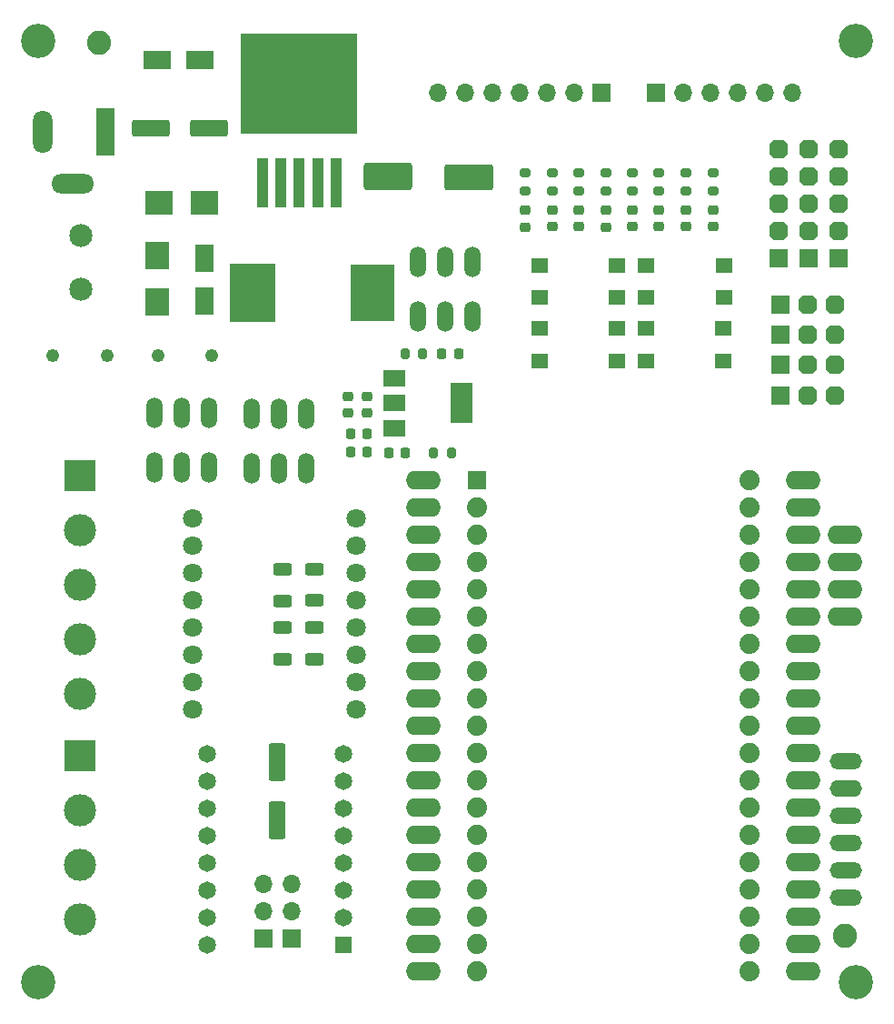
<source format=gbr>
%TF.GenerationSoftware,KiCad,Pcbnew,6.0.1-79c1e3a40b~116~ubuntu20.04.1*%
%TF.CreationDate,2022-11-22T21:03:40+05:30*%
%TF.ProjectId,sra_dev_board_2023,7372615f-6465-4765-9f62-6f6172645f32,rev?*%
%TF.SameCoordinates,Original*%
%TF.FileFunction,Soldermask,Top*%
%TF.FilePolarity,Negative*%
%FSLAX46Y46*%
G04 Gerber Fmt 4.6, Leading zero omitted, Abs format (unit mm)*
G04 Created by KiCad (PCBNEW 6.0.1-79c1e3a40b~116~ubuntu20.04.1) date 2022-11-22 21:03:40*
%MOMM*%
%LPD*%
G01*
G04 APERTURE LIST*
G04 Aperture macros list*
%AMRoundRect*
0 Rectangle with rounded corners*
0 $1 Rounding radius*
0 $2 $3 $4 $5 $6 $7 $8 $9 X,Y pos of 4 corners*
0 Add a 4 corners polygon primitive as box body*
4,1,4,$2,$3,$4,$5,$6,$7,$8,$9,$2,$3,0*
0 Add four circle primitives for the rounded corners*
1,1,$1+$1,$2,$3*
1,1,$1+$1,$4,$5*
1,1,$1+$1,$6,$7*
1,1,$1+$1,$8,$9*
0 Add four rect primitives between the rounded corners*
20,1,$1+$1,$2,$3,$4,$5,0*
20,1,$1+$1,$4,$5,$6,$7,0*
20,1,$1+$1,$6,$7,$8,$9,0*
20,1,$1+$1,$8,$9,$2,$3,0*%
%AMFreePoly0*
4,1,25,0.440719,0.844196,0.452842,0.833842,0.833842,0.452842,0.862349,0.396894,0.863600,0.381000,0.863600,-0.381000,0.844196,-0.440719,0.833842,-0.452842,0.452842,-0.833842,0.396894,-0.862349,0.381000,-0.863600,-0.381000,-0.863600,-0.440719,-0.844196,-0.452842,-0.833842,-0.833842,-0.452842,-0.862349,-0.396894,-0.863600,-0.381000,-0.863600,0.381000,-0.844196,0.440719,-0.833842,0.452842,
-0.452842,0.833842,-0.396894,0.862349,-0.381000,0.863600,0.381000,0.863600,0.440719,0.844196,0.440719,0.844196,$1*%
G04 Aperture macros list end*
%ADD10RoundRect,0.200000X0.275000X-0.200000X0.275000X0.200000X-0.275000X0.200000X-0.275000X-0.200000X0*%
%ADD11RoundRect,0.101600X0.762000X-0.762000X0.762000X0.762000X-0.762000X0.762000X-0.762000X-0.762000X0*%
%ADD12FreePoly0,90.000000*%
%ADD13C,2.153200*%
%ADD14O,3.251200X1.727200*%
%ADD15R,1.650000X1.650000*%
%ADD16C,1.650000*%
%ADD17R,3.000000X3.000000*%
%ADD18C,3.000000*%
%ADD19O,3.000000X1.500000*%
%ADD20O,3.000000X1.540000*%
%ADD21RoundRect,0.101600X0.762000X0.762000X-0.762000X0.762000X-0.762000X-0.762000X0.762000X-0.762000X0*%
%ADD22FreePoly0,180.000000*%
%ADD23RoundRect,0.225000X0.250000X-0.225000X0.250000X0.225000X-0.250000X0.225000X-0.250000X-0.225000X0*%
%ADD24RoundRect,0.250000X-0.550000X1.500000X-0.550000X-1.500000X0.550000X-1.500000X0.550000X1.500000X0*%
%ADD25R,1.800000X2.500000*%
%ADD26C,3.200000*%
%ADD27RoundRect,0.218750X-0.256250X0.218750X-0.256250X-0.218750X0.256250X-0.218750X0.256250X0.218750X0*%
%ADD28R,1.700000X1.700000*%
%ADD29O,1.700000X1.700000*%
%ADD30C,1.800000*%
%ADD31R,2.300000X2.500000*%
%ADD32RoundRect,0.255000X-1.995000X-1.020000X1.995000X-1.020000X1.995000X1.020000X-1.995000X1.020000X0*%
%ADD33RoundRect,0.245000X-2.005000X-0.980000X2.005000X-0.980000X2.005000X0.980000X-2.005000X0.980000X0*%
%ADD34R,2.500000X2.300000*%
%ADD35R,1.600000X1.400000*%
%ADD36C,1.219000*%
%ADD37O,1.524000X2.844800*%
%ADD38RoundRect,0.218750X-0.218750X-0.256250X0.218750X-0.256250X0.218750X0.256250X-0.218750X0.256250X0*%
%ADD39RoundRect,0.200000X0.200000X0.275000X-0.200000X0.275000X-0.200000X-0.275000X0.200000X-0.275000X0*%
%ADD40RoundRect,0.250000X0.625000X-0.312500X0.625000X0.312500X-0.625000X0.312500X-0.625000X-0.312500X0*%
%ADD41R,1.800000X4.400000*%
%ADD42O,1.800000X4.000000*%
%ADD43O,4.000000X1.800000*%
%ADD44RoundRect,0.200000X-0.200000X-0.275000X0.200000X-0.275000X0.200000X0.275000X-0.200000X0.275000X0*%
%ADD45RoundRect,0.250000X1.500000X0.550000X-1.500000X0.550000X-1.500000X-0.550000X1.500000X-0.550000X0*%
%ADD46RoundRect,0.101600X-0.780000X-0.780000X0.780000X-0.780000X0.780000X0.780000X-0.780000X0.780000X0*%
%ADD47C,1.879600*%
%ADD48R,2.500000X1.800000*%
%ADD49R,4.194800X5.405100*%
%ADD50R,4.094800X5.305100*%
%ADD51RoundRect,0.225000X0.225000X0.250000X-0.225000X0.250000X-0.225000X-0.250000X0.225000X-0.250000X0*%
%ADD52C,2.250000*%
%ADD53R,2.000000X1.500000*%
%ADD54R,2.000000X3.800000*%
%ADD55R,1.100000X4.600000*%
%ADD56R,10.800000X9.400000*%
%ADD57RoundRect,0.218750X0.218750X0.256250X-0.218750X0.256250X-0.218750X-0.256250X0.218750X-0.256250X0*%
G04 APERTURE END LIST*
D10*
%TO.C,R7*%
X132680000Y-45896250D03*
X132680000Y-44246250D03*
%TD*%
D11*
%TO.C,J10*%
X141520000Y-56510000D03*
D12*
X144060000Y-56510000D03*
X146600000Y-56510000D03*
%TD*%
D13*
%TO.C,T3*%
X76270000Y-55053723D03*
X76270000Y-50053723D03*
%TD*%
D14*
%TO.C,J5*%
X143569418Y-118588838D03*
X143569418Y-116048838D03*
X143569418Y-113508838D03*
X143569418Y-110968838D03*
X143569418Y-108428838D03*
X143569418Y-105888838D03*
X143569418Y-103348838D03*
X143569418Y-100808838D03*
X143569418Y-98268838D03*
X143569418Y-95728838D03*
X143569418Y-93188838D03*
X143569418Y-90648838D03*
X143569418Y-88108838D03*
X143569418Y-85568838D03*
X143569418Y-83028838D03*
X143569418Y-80488838D03*
X143569418Y-77948838D03*
X143569418Y-75408838D03*
X143569418Y-72868838D03*
%TD*%
D15*
%TO.C,U4*%
X100750000Y-116090000D03*
D16*
X100750000Y-113550000D03*
X100750000Y-111010000D03*
X100750000Y-108470000D03*
X100750000Y-105930000D03*
X100750000Y-103390000D03*
X100750000Y-100850000D03*
X100750000Y-98310000D03*
X88050000Y-98310000D03*
X88050000Y-100850000D03*
X88050000Y-103390000D03*
X88050000Y-105930000D03*
X88050000Y-108470000D03*
X88050000Y-111010000D03*
X88050000Y-113550000D03*
X88050000Y-116090000D03*
%TD*%
D17*
%TO.C,J16*%
X76200000Y-72390000D03*
D18*
X76200000Y-77470000D03*
X76200000Y-82550000D03*
X76200000Y-87630000D03*
X76200000Y-92710000D03*
%TD*%
D19*
%TO.C,J17*%
X147550000Y-111677727D03*
X147550000Y-109137727D03*
X147550000Y-106597727D03*
X147550000Y-104057727D03*
D20*
X147550000Y-101517727D03*
D19*
X147550000Y-98977727D03*
%TD*%
D10*
%TO.C,R1*%
X117720000Y-45912500D03*
X117720000Y-44262500D03*
%TD*%
D21*
%TO.C,J11*%
X141332544Y-52158000D03*
D22*
X141332544Y-49618000D03*
X141332544Y-47078000D03*
X141332544Y-44538000D03*
X141332544Y-41998000D03*
%TD*%
D23*
%TO.C,C5*%
X102975000Y-66575000D03*
X102975000Y-65025000D03*
%TD*%
D24*
%TO.C,C7*%
X94600000Y-99100000D03*
X94600000Y-104500000D03*
%TD*%
D25*
%TO.C,D13*%
X87800000Y-52200000D03*
X87800000Y-56200000D03*
%TD*%
D26*
%TO.C,H2*%
X72350000Y-119600000D03*
%TD*%
D17*
%TO.C,T2*%
X76200000Y-98480000D03*
D18*
X76200000Y-103560000D03*
X76200000Y-108640000D03*
X76200000Y-113720000D03*
%TD*%
D27*
%TO.C,D2*%
X120250000Y-47683750D03*
X120250000Y-49258750D03*
%TD*%
D28*
%TO.C,J8*%
X129920000Y-36790000D03*
D29*
X132460000Y-36790000D03*
X135000000Y-36790000D03*
X137540000Y-36790000D03*
X140080000Y-36790000D03*
X142620000Y-36790000D03*
%TD*%
D30*
%TO.C,U3*%
X86720000Y-76427582D03*
X86720000Y-78967582D03*
X86720000Y-81507582D03*
X86720000Y-84047582D03*
X86720000Y-86587582D03*
X86720000Y-89127582D03*
X86720000Y-91667582D03*
X86720000Y-94207582D03*
X101960000Y-94207582D03*
X101960000Y-91667582D03*
X101960000Y-89127582D03*
X101960000Y-86587582D03*
X101960000Y-84047582D03*
X101960000Y-81507582D03*
X101960000Y-78967582D03*
X101960000Y-76427582D03*
%TD*%
D21*
%TO.C,J13*%
X146900000Y-52160000D03*
D22*
X146900000Y-49620000D03*
X146900000Y-47080000D03*
X146900000Y-44540000D03*
X146900000Y-42000000D03*
%TD*%
D31*
%TO.C,D9*%
X83400000Y-56230000D03*
X83400000Y-51930000D03*
%TD*%
D27*
%TO.C,D4*%
X125220000Y-47692500D03*
X125220000Y-49267500D03*
%TD*%
D32*
%TO.C,C2*%
X104952500Y-44575000D03*
D33*
X112452500Y-44625000D03*
%TD*%
D34*
%TO.C,D14*%
X87850000Y-47000000D03*
X83550000Y-47000000D03*
%TD*%
D10*
%TO.C,R6*%
X130180000Y-45896250D03*
X130180000Y-44246250D03*
%TD*%
D35*
%TO.C,SW2*%
X126270000Y-58740000D03*
X119070000Y-58740000D03*
X126270000Y-61740000D03*
X119070000Y-61740000D03*
%TD*%
D10*
%TO.C,R4*%
X125220000Y-45905000D03*
X125220000Y-44255000D03*
%TD*%
D36*
%TO.C,F2*%
X83485000Y-61280000D03*
X88535000Y-61280000D03*
%TD*%
D11*
%TO.C,J3*%
X141520000Y-64934000D03*
D12*
X144060000Y-64934000D03*
X146600000Y-64934000D03*
%TD*%
D27*
%TO.C,D6*%
X130180000Y-47683750D03*
X130180000Y-49258750D03*
%TD*%
%TO.C,D1*%
X117740000Y-47700000D03*
X117740000Y-49275000D03*
%TD*%
D37*
%TO.C,12V_SW1*%
X83120000Y-66602369D03*
X85660000Y-66602369D03*
X88200000Y-66602369D03*
X83120000Y-71682369D03*
X85660000Y-71682369D03*
X88200000Y-71682369D03*
%TD*%
D10*
%TO.C,R2*%
X120250000Y-45896250D03*
X120250000Y-44246250D03*
%TD*%
D28*
%TO.C,J14*%
X95940000Y-115555000D03*
D29*
X95940000Y-113015000D03*
X95940000Y-110475000D03*
%TD*%
D37*
%TO.C,5V_SW1*%
X92260000Y-66660000D03*
X94800000Y-66660000D03*
X97340000Y-66660000D03*
X92260000Y-71740000D03*
X94800000Y-71740000D03*
X97340000Y-71740000D03*
%TD*%
D27*
%TO.C,D7*%
X132680000Y-47683750D03*
X132680000Y-49258750D03*
%TD*%
D38*
%TO.C,D11*%
X109925000Y-61090000D03*
X111500000Y-61090000D03*
%TD*%
D36*
%TO.C,F1*%
X78715000Y-61280000D03*
X73665000Y-61280000D03*
%TD*%
D10*
%TO.C,R3*%
X122730000Y-45896250D03*
X122730000Y-44246250D03*
%TD*%
D11*
%TO.C,J2*%
X141520000Y-59310000D03*
D12*
X144060000Y-59310000D03*
X146600000Y-59310000D03*
%TD*%
D10*
%TO.C,R8*%
X135190000Y-45896250D03*
X135190000Y-44246250D03*
%TD*%
D26*
%TO.C,H1*%
X72350000Y-31950000D03*
%TD*%
D14*
%TO.C,J9*%
X147480000Y-85580000D03*
X147480000Y-83040000D03*
X147480000Y-80500000D03*
X147480000Y-77960000D03*
%TD*%
D35*
%TO.C,SW4*%
X136203500Y-52850000D03*
X129003500Y-52850000D03*
X136203500Y-55850000D03*
X129003500Y-55850000D03*
%TD*%
D27*
%TO.C,D3*%
X122730000Y-47683750D03*
X122730000Y-49258750D03*
%TD*%
D39*
%TO.C,R10*%
X108135000Y-61090000D03*
X106485000Y-61090000D03*
%TD*%
D40*
%TO.C,R14*%
X95100000Y-89492500D03*
X95100000Y-86567500D03*
%TD*%
D27*
%TO.C,D8*%
X135190000Y-47683750D03*
X135190000Y-49258750D03*
%TD*%
D35*
%TO.C,SW1*%
X126274490Y-52860000D03*
X119074490Y-52860000D03*
X126274490Y-55860000D03*
X119074490Y-55860000D03*
%TD*%
D40*
%TO.C,R12*%
X95080000Y-84062500D03*
X95080000Y-81137500D03*
%TD*%
D23*
%TO.C,C4*%
X101200000Y-66575000D03*
X101200000Y-65025000D03*
%TD*%
D41*
%TO.C,J6*%
X78580000Y-40400000D03*
D42*
X72780000Y-40400000D03*
D43*
X75580000Y-45200000D03*
%TD*%
D44*
%TO.C,R9*%
X109175000Y-70290000D03*
X110825000Y-70290000D03*
%TD*%
D45*
%TO.C,C1*%
X88200000Y-40100000D03*
X82800000Y-40100000D03*
%TD*%
D46*
%TO.C,U1*%
X113179418Y-72868838D03*
D47*
X113179418Y-75408838D03*
X113179418Y-77948838D03*
X113179418Y-80488838D03*
X113179418Y-83028838D03*
X113179418Y-85568838D03*
X113179418Y-88108838D03*
X113179418Y-90648838D03*
X113179418Y-93188838D03*
X113179418Y-95728838D03*
X113179418Y-98268838D03*
X113179418Y-100808838D03*
X113179418Y-103348838D03*
X113179418Y-105888838D03*
X113179418Y-108428838D03*
X113179418Y-110968838D03*
X113179418Y-113508838D03*
X113179418Y-116048838D03*
X113179418Y-118588838D03*
X138579418Y-72868838D03*
X138579418Y-75408838D03*
X138579418Y-77948838D03*
X138579418Y-80488838D03*
X138579418Y-83028838D03*
X138579418Y-85568838D03*
X138579418Y-88108838D03*
X138579418Y-90648838D03*
X138579418Y-93188838D03*
X138579418Y-95728838D03*
X138579418Y-98268838D03*
X138579418Y-100808838D03*
X138579418Y-103348838D03*
X138579418Y-105888838D03*
X138579418Y-108428838D03*
X138579418Y-110968838D03*
X138579418Y-113508838D03*
X138579418Y-116048838D03*
X138579418Y-118588838D03*
%TD*%
D28*
%TO.C,J7*%
X124825000Y-36800000D03*
D29*
X122285000Y-36800000D03*
X119745000Y-36800000D03*
X117205000Y-36800000D03*
X114665000Y-36800000D03*
X112125000Y-36800000D03*
X109585000Y-36800000D03*
%TD*%
D40*
%TO.C,R11*%
X98070000Y-84052500D03*
X98070000Y-81127500D03*
%TD*%
D48*
%TO.C,D12*%
X87400000Y-33700000D03*
X83400000Y-33700000D03*
%TD*%
D35*
%TO.C,SW3*%
X136200000Y-58720000D03*
X129000000Y-58720000D03*
X136200000Y-61720000D03*
X129000000Y-61720000D03*
%TD*%
D37*
%TO.C,TB_A1*%
X107720000Y-52487102D03*
X110260000Y-52487102D03*
X112800000Y-52487102D03*
X107720000Y-57567102D03*
X110260000Y-57567102D03*
X112800000Y-57567102D03*
%TD*%
D27*
%TO.C,D5*%
X127700000Y-47683750D03*
X127700000Y-49258750D03*
%TD*%
D26*
%TO.C,H3*%
X148500000Y-119600000D03*
%TD*%
D49*
%TO.C,L1*%
X92288135Y-55382550D03*
D50*
X103443335Y-55432550D03*
%TD*%
D51*
%TO.C,C6*%
X103000000Y-68500000D03*
X101450000Y-68500000D03*
%TD*%
%TO.C,C3*%
X103000000Y-70200000D03*
X101450000Y-70200000D03*
%TD*%
D52*
%TO.C,REF\u002A\u002A*%
X147470000Y-115260000D03*
%TD*%
D53*
%TO.C,U2*%
X105500000Y-63380000D03*
X105500000Y-65680000D03*
D54*
X111800000Y-65680000D03*
D53*
X105500000Y-67980000D03*
%TD*%
D40*
%TO.C,R13*%
X98100000Y-89502500D03*
X98100000Y-86577500D03*
%TD*%
D55*
%TO.C,U5*%
X93260000Y-45115000D03*
X94960000Y-45115000D03*
D56*
X96660000Y-35965000D03*
D55*
X96660000Y-45115000D03*
X98360000Y-45115000D03*
X100060000Y-45115000D03*
%TD*%
D21*
%TO.C,J12*%
X144122544Y-52166000D03*
D22*
X144122544Y-49626000D03*
X144122544Y-47086000D03*
X144122544Y-44546000D03*
X144122544Y-42006000D03*
%TD*%
D10*
%TO.C,R5*%
X127700000Y-45896250D03*
X127700000Y-44246250D03*
%TD*%
D52*
%TO.C,REF\u002A\u002A*%
X78000000Y-32100000D03*
%TD*%
D57*
%TO.C,D10*%
X106537500Y-70290000D03*
X104962500Y-70290000D03*
%TD*%
D28*
%TO.C,J15*%
X93340000Y-115555000D03*
D29*
X93340000Y-113015000D03*
X93340000Y-110475000D03*
%TD*%
D26*
%TO.C,H4*%
X148500000Y-31950000D03*
%TD*%
D14*
%TO.C,J1*%
X108179418Y-72868838D03*
X108179418Y-75408838D03*
X108179418Y-77948838D03*
X108179418Y-80488838D03*
X108179418Y-83028838D03*
X108179418Y-85568838D03*
X108179418Y-88108838D03*
X108179418Y-90648838D03*
X108179418Y-93188838D03*
X108179418Y-95728838D03*
X108179418Y-98268838D03*
X108179418Y-100808838D03*
X108179418Y-103348838D03*
X108179418Y-105888838D03*
X108179418Y-108428838D03*
X108179418Y-110968838D03*
X108179418Y-113508838D03*
X108179418Y-116048838D03*
X108179418Y-118588838D03*
%TD*%
D11*
%TO.C,J4*%
X141510000Y-62120000D03*
D12*
X144050000Y-62120000D03*
X146590000Y-62120000D03*
%TD*%
M02*

</source>
